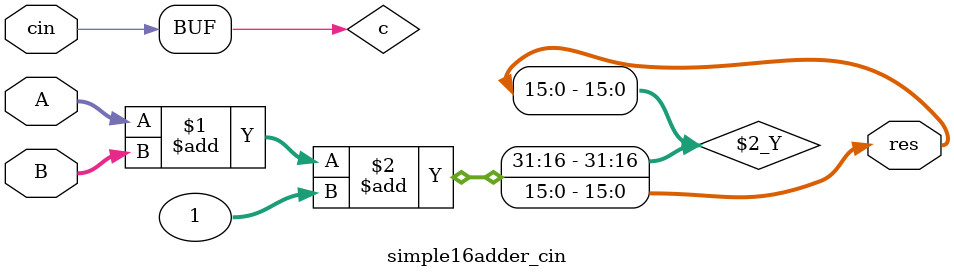
<source format=v>
module simple16adder_cin
(
input [15:0] A, B,
input cin,
output [15:0] res
);
wire c;
assign c = cin;

assign res = A[15:0] + B[15:0] + 1;

endmodule
</source>
